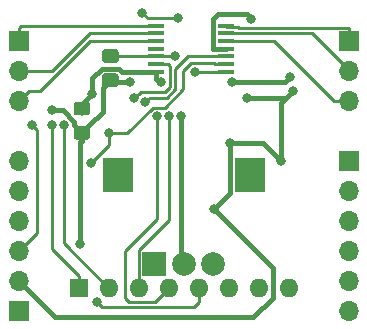
<source format=gbr>
G04 #@! TF.GenerationSoftware,KiCad,Pcbnew,(5.0.2-5)-5*
G04 #@! TF.CreationDate,2019-09-23T09:23:56+03:00*
G04 #@! TF.ProjectId,digi_pot,64696769-5f70-46f7-942e-6b696361645f,rev?*
G04 #@! TF.SameCoordinates,Original*
G04 #@! TF.FileFunction,Copper,L1,Top*
G04 #@! TF.FilePolarity,Positive*
%FSLAX46Y46*%
G04 Gerber Fmt 4.6, Leading zero omitted, Abs format (unit mm)*
G04 Created by KiCad (PCBNEW (5.0.2-5)-5) date 2019 September 23, Monday 09:23:56*
%MOMM*%
%LPD*%
G01*
G04 APERTURE LIST*
G04 #@! TA.AperFunction,ComponentPad*
%ADD10O,1.600000X1.600000*%
G04 #@! TD*
G04 #@! TA.AperFunction,ComponentPad*
%ADD11R,1.600000X1.600000*%
G04 #@! TD*
G04 #@! TA.AperFunction,ComponentPad*
%ADD12R,2.500000X3.000000*%
G04 #@! TD*
G04 #@! TA.AperFunction,ComponentPad*
%ADD13C,2.000000*%
G04 #@! TD*
G04 #@! TA.AperFunction,ComponentPad*
%ADD14R,2.000000X2.000000*%
G04 #@! TD*
G04 #@! TA.AperFunction,SMDPad,CuDef*
%ADD15R,1.450000X0.450000*%
G04 #@! TD*
G04 #@! TA.AperFunction,ComponentPad*
%ADD16R,1.700000X1.700000*%
G04 #@! TD*
G04 #@! TA.AperFunction,ComponentPad*
%ADD17O,1.700000X1.700000*%
G04 #@! TD*
G04 #@! TA.AperFunction,Conductor*
%ADD18C,0.100000*%
G04 #@! TD*
G04 #@! TA.AperFunction,SMDPad,CuDef*
%ADD19C,1.150000*%
G04 #@! TD*
G04 #@! TA.AperFunction,ViaPad*
%ADD20C,0.800000*%
G04 #@! TD*
G04 #@! TA.AperFunction,Conductor*
%ADD21C,0.250000*%
G04 #@! TD*
G04 #@! TA.AperFunction,Conductor*
%ADD22C,0.400000*%
G04 #@! TD*
G04 APERTURE END LIST*
D10*
G04 #@! TO.P,J1,8*
G04 #@! TO.N,Net-(J1-Pad8)*
X157478400Y-102209600D03*
G04 #@! TO.P,J1,7*
G04 #@! TO.N,Net-(J1-Pad7)*
X154938400Y-102209600D03*
G04 #@! TO.P,J1,6*
G04 #@! TO.N,Net-(J1-Pad6)*
X152398400Y-102209600D03*
G04 #@! TO.P,J1,5*
G04 #@! TO.N,Net-(J1-Pad5)*
X149858400Y-102209600D03*
G04 #@! TO.P,J1,4*
G04 #@! TO.N,LED4*
X147318400Y-102209600D03*
G04 #@! TO.P,J1,3*
G04 #@! TO.N,LED3*
X144778400Y-102209600D03*
G04 #@! TO.P,J1,2*
G04 #@! TO.N,LED2*
X142238400Y-102209600D03*
D11*
G04 #@! TO.P,J1,1*
G04 #@! TO.N,LED1*
X139698400Y-102209600D03*
G04 #@! TD*
D12*
G04 #@! TO.P,SW1,MP*
G04 #@! TO.N,N/C*
X154199200Y-92626800D03*
X142999200Y-92626800D03*
D13*
G04 #@! TO.P,SW1,B*
G04 #@! TO.N,RE_B*
X151099200Y-100126800D03*
G04 #@! TO.P,SW1,C*
G04 #@! TO.N,+5V*
X148599200Y-100126800D03*
D14*
G04 #@! TO.P,SW1,A*
G04 #@! TO.N,RE_A*
X146099200Y-100126800D03*
G04 #@! TD*
D15*
G04 #@! TO.P,U2,1*
G04 #@! TO.N,MCP_CS*
X152175000Y-83865000D03*
G04 #@! TO.P,U2,2*
G04 #@! TO.N,SCK*
X152175000Y-83215000D03*
G04 #@! TO.P,U2,3*
G04 #@! TO.N,MOSI*
X152175000Y-82565000D03*
G04 #@! TO.P,U2,4*
G04 #@! TO.N,GND*
X152175000Y-81915000D03*
G04 #@! TO.P,U2,5*
G04 #@! TO.N,Net-(J4-Pad3)*
X152175000Y-81265000D03*
G04 #@! TO.P,U2,6*
G04 #@! TO.N,Net-(J4-Pad2)*
X152175000Y-80615000D03*
G04 #@! TO.P,U2,7*
G04 #@! TO.N,Net-(J4-Pad1)*
X152175000Y-79965000D03*
G04 #@! TO.P,U2,8*
G04 #@! TO.N,Net-(J3-Pad1)*
X146275000Y-79965000D03*
G04 #@! TO.P,U2,9*
G04 #@! TO.N,Net-(J3-Pad2)*
X146275000Y-80615000D03*
G04 #@! TO.P,U2,10*
G04 #@! TO.N,Net-(J3-Pad3)*
X146275000Y-81265000D03*
G04 #@! TO.P,U2,11*
G04 #@! TO.N,Net-(U2-Pad11)*
X146275000Y-81915000D03*
G04 #@! TO.P,U2,12*
G04 #@! TO.N,MCP_SHDN*
X146275000Y-82565000D03*
G04 #@! TO.P,U2,13*
G04 #@! TO.N,MISO*
X146275000Y-83215000D03*
G04 #@! TO.P,U2,14*
G04 #@! TO.N,+5V*
X146275000Y-83865000D03*
G04 #@! TD*
D16*
G04 #@! TO.P,J2,1*
G04 #@! TO.N,+5V*
X134620000Y-104140000D03*
D17*
G04 #@! TO.P,J2,2*
G04 #@! TO.N,GND*
X134620000Y-101600000D03*
G04 #@! TO.P,J2,3*
G04 #@! TO.N,RST*
X134620000Y-99060000D03*
G04 #@! TO.P,J2,4*
G04 #@! TO.N,SCK*
X134620000Y-96520000D03*
G04 #@! TO.P,J2,5*
G04 #@! TO.N,MOSI*
X134620000Y-93980000D03*
G04 #@! TO.P,J2,6*
G04 #@! TO.N,MISO*
X134620000Y-91440000D03*
G04 #@! TD*
D16*
G04 #@! TO.P,J3,1*
G04 #@! TO.N,Net-(J3-Pad1)*
X134620000Y-81280000D03*
D17*
G04 #@! TO.P,J3,2*
G04 #@! TO.N,Net-(J3-Pad2)*
X134620000Y-83820000D03*
G04 #@! TO.P,J3,3*
G04 #@! TO.N,Net-(J3-Pad3)*
X134620000Y-86360000D03*
G04 #@! TD*
G04 #@! TO.P,J4,3*
G04 #@! TO.N,Net-(J4-Pad3)*
X162560000Y-86360000D03*
G04 #@! TO.P,J4,2*
G04 #@! TO.N,Net-(J4-Pad2)*
X162560000Y-83820000D03*
D16*
G04 #@! TO.P,J4,1*
G04 #@! TO.N,Net-(J4-Pad1)*
X162560000Y-81280000D03*
G04 #@! TD*
D18*
G04 #@! TO.N,+5V*
G04 #@! TO.C,C2*
G36*
X140428505Y-86412204D02*
X140452773Y-86415804D01*
X140476572Y-86421765D01*
X140499671Y-86430030D01*
X140521850Y-86440520D01*
X140542893Y-86453132D01*
X140562599Y-86467747D01*
X140580777Y-86484223D01*
X140597253Y-86502401D01*
X140611868Y-86522107D01*
X140624480Y-86543150D01*
X140634970Y-86565329D01*
X140643235Y-86588428D01*
X140649196Y-86612227D01*
X140652796Y-86636495D01*
X140654000Y-86660999D01*
X140654000Y-87311001D01*
X140652796Y-87335505D01*
X140649196Y-87359773D01*
X140643235Y-87383572D01*
X140634970Y-87406671D01*
X140624480Y-87428850D01*
X140611868Y-87449893D01*
X140597253Y-87469599D01*
X140580777Y-87487777D01*
X140562599Y-87504253D01*
X140542893Y-87518868D01*
X140521850Y-87531480D01*
X140499671Y-87541970D01*
X140476572Y-87550235D01*
X140452773Y-87556196D01*
X140428505Y-87559796D01*
X140404001Y-87561000D01*
X139503999Y-87561000D01*
X139479495Y-87559796D01*
X139455227Y-87556196D01*
X139431428Y-87550235D01*
X139408329Y-87541970D01*
X139386150Y-87531480D01*
X139365107Y-87518868D01*
X139345401Y-87504253D01*
X139327223Y-87487777D01*
X139310747Y-87469599D01*
X139296132Y-87449893D01*
X139283520Y-87428850D01*
X139273030Y-87406671D01*
X139264765Y-87383572D01*
X139258804Y-87359773D01*
X139255204Y-87335505D01*
X139254000Y-87311001D01*
X139254000Y-86660999D01*
X139255204Y-86636495D01*
X139258804Y-86612227D01*
X139264765Y-86588428D01*
X139273030Y-86565329D01*
X139283520Y-86543150D01*
X139296132Y-86522107D01*
X139310747Y-86502401D01*
X139327223Y-86484223D01*
X139345401Y-86467747D01*
X139365107Y-86453132D01*
X139386150Y-86440520D01*
X139408329Y-86430030D01*
X139431428Y-86421765D01*
X139455227Y-86415804D01*
X139479495Y-86412204D01*
X139503999Y-86411000D01*
X140404001Y-86411000D01*
X140428505Y-86412204D01*
X140428505Y-86412204D01*
G37*
D19*
G04 #@! TD*
G04 #@! TO.P,C2,1*
G04 #@! TO.N,+5V*
X139954000Y-86986000D03*
D18*
G04 #@! TO.N,GND*
G04 #@! TO.C,C2*
G36*
X140428505Y-88462204D02*
X140452773Y-88465804D01*
X140476572Y-88471765D01*
X140499671Y-88480030D01*
X140521850Y-88490520D01*
X140542893Y-88503132D01*
X140562599Y-88517747D01*
X140580777Y-88534223D01*
X140597253Y-88552401D01*
X140611868Y-88572107D01*
X140624480Y-88593150D01*
X140634970Y-88615329D01*
X140643235Y-88638428D01*
X140649196Y-88662227D01*
X140652796Y-88686495D01*
X140654000Y-88710999D01*
X140654000Y-89361001D01*
X140652796Y-89385505D01*
X140649196Y-89409773D01*
X140643235Y-89433572D01*
X140634970Y-89456671D01*
X140624480Y-89478850D01*
X140611868Y-89499893D01*
X140597253Y-89519599D01*
X140580777Y-89537777D01*
X140562599Y-89554253D01*
X140542893Y-89568868D01*
X140521850Y-89581480D01*
X140499671Y-89591970D01*
X140476572Y-89600235D01*
X140452773Y-89606196D01*
X140428505Y-89609796D01*
X140404001Y-89611000D01*
X139503999Y-89611000D01*
X139479495Y-89609796D01*
X139455227Y-89606196D01*
X139431428Y-89600235D01*
X139408329Y-89591970D01*
X139386150Y-89581480D01*
X139365107Y-89568868D01*
X139345401Y-89554253D01*
X139327223Y-89537777D01*
X139310747Y-89519599D01*
X139296132Y-89499893D01*
X139283520Y-89478850D01*
X139273030Y-89456671D01*
X139264765Y-89433572D01*
X139258804Y-89409773D01*
X139255204Y-89385505D01*
X139254000Y-89361001D01*
X139254000Y-88710999D01*
X139255204Y-88686495D01*
X139258804Y-88662227D01*
X139264765Y-88638428D01*
X139273030Y-88615329D01*
X139283520Y-88593150D01*
X139296132Y-88572107D01*
X139310747Y-88552401D01*
X139327223Y-88534223D01*
X139345401Y-88517747D01*
X139365107Y-88503132D01*
X139386150Y-88490520D01*
X139408329Y-88480030D01*
X139431428Y-88471765D01*
X139455227Y-88465804D01*
X139479495Y-88462204D01*
X139503999Y-88461000D01*
X140404001Y-88461000D01*
X140428505Y-88462204D01*
X140428505Y-88462204D01*
G37*
D19*
G04 #@! TD*
G04 #@! TO.P,C2,2*
G04 #@! TO.N,GND*
X139954000Y-89036000D03*
D16*
G04 #@! TO.P,J5,1*
G04 #@! TO.N,SDA*
X162560000Y-91440000D03*
D17*
G04 #@! TO.P,J5,2*
G04 #@! TO.N,SCL*
X162560000Y-93980000D03*
G04 #@! TO.P,J5,3*
G04 #@! TO.N,A0*
X162560000Y-96520000D03*
G04 #@! TO.P,J5,4*
G04 #@! TO.N,A1*
X162560000Y-99060000D03*
G04 #@! TO.P,J5,5*
G04 #@! TO.N,A2*
X162560000Y-101600000D03*
G04 #@! TO.P,J5,6*
G04 #@! TO.N,CHG*
X162560000Y-104140000D03*
G04 #@! TD*
D18*
G04 #@! TO.N,GND*
G04 #@! TO.C,R11*
G36*
X142841505Y-84017204D02*
X142865773Y-84020804D01*
X142889572Y-84026765D01*
X142912671Y-84035030D01*
X142934850Y-84045520D01*
X142955893Y-84058132D01*
X142975599Y-84072747D01*
X142993777Y-84089223D01*
X143010253Y-84107401D01*
X143024868Y-84127107D01*
X143037480Y-84148150D01*
X143047970Y-84170329D01*
X143056235Y-84193428D01*
X143062196Y-84217227D01*
X143065796Y-84241495D01*
X143067000Y-84265999D01*
X143067000Y-84916001D01*
X143065796Y-84940505D01*
X143062196Y-84964773D01*
X143056235Y-84988572D01*
X143047970Y-85011671D01*
X143037480Y-85033850D01*
X143024868Y-85054893D01*
X143010253Y-85074599D01*
X142993777Y-85092777D01*
X142975599Y-85109253D01*
X142955893Y-85123868D01*
X142934850Y-85136480D01*
X142912671Y-85146970D01*
X142889572Y-85155235D01*
X142865773Y-85161196D01*
X142841505Y-85164796D01*
X142817001Y-85166000D01*
X141916999Y-85166000D01*
X141892495Y-85164796D01*
X141868227Y-85161196D01*
X141844428Y-85155235D01*
X141821329Y-85146970D01*
X141799150Y-85136480D01*
X141778107Y-85123868D01*
X141758401Y-85109253D01*
X141740223Y-85092777D01*
X141723747Y-85074599D01*
X141709132Y-85054893D01*
X141696520Y-85033850D01*
X141686030Y-85011671D01*
X141677765Y-84988572D01*
X141671804Y-84964773D01*
X141668204Y-84940505D01*
X141667000Y-84916001D01*
X141667000Y-84265999D01*
X141668204Y-84241495D01*
X141671804Y-84217227D01*
X141677765Y-84193428D01*
X141686030Y-84170329D01*
X141696520Y-84148150D01*
X141709132Y-84127107D01*
X141723747Y-84107401D01*
X141740223Y-84089223D01*
X141758401Y-84072747D01*
X141778107Y-84058132D01*
X141799150Y-84045520D01*
X141821329Y-84035030D01*
X141844428Y-84026765D01*
X141868227Y-84020804D01*
X141892495Y-84017204D01*
X141916999Y-84016000D01*
X142817001Y-84016000D01*
X142841505Y-84017204D01*
X142841505Y-84017204D01*
G37*
D19*
G04 #@! TD*
G04 #@! TO.P,R11,1*
G04 #@! TO.N,GND*
X142367000Y-84591000D03*
D18*
G04 #@! TO.N,MCP_SHDN*
G04 #@! TO.C,R11*
G36*
X142841505Y-81967204D02*
X142865773Y-81970804D01*
X142889572Y-81976765D01*
X142912671Y-81985030D01*
X142934850Y-81995520D01*
X142955893Y-82008132D01*
X142975599Y-82022747D01*
X142993777Y-82039223D01*
X143010253Y-82057401D01*
X143024868Y-82077107D01*
X143037480Y-82098150D01*
X143047970Y-82120329D01*
X143056235Y-82143428D01*
X143062196Y-82167227D01*
X143065796Y-82191495D01*
X143067000Y-82215999D01*
X143067000Y-82866001D01*
X143065796Y-82890505D01*
X143062196Y-82914773D01*
X143056235Y-82938572D01*
X143047970Y-82961671D01*
X143037480Y-82983850D01*
X143024868Y-83004893D01*
X143010253Y-83024599D01*
X142993777Y-83042777D01*
X142975599Y-83059253D01*
X142955893Y-83073868D01*
X142934850Y-83086480D01*
X142912671Y-83096970D01*
X142889572Y-83105235D01*
X142865773Y-83111196D01*
X142841505Y-83114796D01*
X142817001Y-83116000D01*
X141916999Y-83116000D01*
X141892495Y-83114796D01*
X141868227Y-83111196D01*
X141844428Y-83105235D01*
X141821329Y-83096970D01*
X141799150Y-83086480D01*
X141778107Y-83073868D01*
X141758401Y-83059253D01*
X141740223Y-83042777D01*
X141723747Y-83024599D01*
X141709132Y-83004893D01*
X141696520Y-82983850D01*
X141686030Y-82961671D01*
X141677765Y-82938572D01*
X141671804Y-82914773D01*
X141668204Y-82890505D01*
X141667000Y-82866001D01*
X141667000Y-82215999D01*
X141668204Y-82191495D01*
X141671804Y-82167227D01*
X141677765Y-82143428D01*
X141686030Y-82120329D01*
X141696520Y-82098150D01*
X141709132Y-82077107D01*
X141723747Y-82057401D01*
X141740223Y-82039223D01*
X141758401Y-82022747D01*
X141778107Y-82008132D01*
X141799150Y-81995520D01*
X141821329Y-81985030D01*
X141844428Y-81976765D01*
X141868227Y-81970804D01*
X141892495Y-81967204D01*
X141916999Y-81966000D01*
X142817001Y-81966000D01*
X142841505Y-81967204D01*
X142841505Y-81967204D01*
G37*
D19*
G04 #@! TD*
G04 #@! TO.P,R11,2*
G04 #@! TO.N,MCP_SHDN*
X142367000Y-82541000D03*
D20*
G04 #@! TO.N,Net-(J1-Pad5)*
X141224000Y-103378000D03*
G04 #@! TO.N,GND*
X152527000Y-89916000D03*
X156845000Y-91440000D03*
X137414000Y-87122000D03*
X154305000Y-79375000D03*
X144018000Y-84709000D03*
X153924000Y-86106000D03*
X151129954Y-95504000D03*
X139827000Y-98425000D03*
X157802865Y-85529135D03*
G04 #@! TO.N,+5V*
X152654000Y-84709000D03*
X148336000Y-87630000D03*
X140843000Y-85724995D03*
X157542730Y-84321591D03*
X146685000Y-84708992D03*
G04 #@! TO.N,RST*
X135763000Y-88392008D03*
X148082000Y-79338010D03*
X145034000Y-78866998D03*
G04 #@! TO.N,SCK*
X140716000Y-91567000D03*
X142240000Y-89026996D03*
G04 #@! TO.N,MOSI*
X145317633Y-86457367D03*
G04 #@! TO.N,MISO*
X144375304Y-86122644D03*
G04 #@! TO.N,LED4*
X146318908Y-87630284D03*
G04 #@! TO.N,LED3*
X147320000Y-87630000D03*
G04 #@! TO.N,LED2*
X138430000Y-88392000D03*
G04 #@! TO.N,LED1*
X137414000Y-88392000D03*
G04 #@! TO.N,MCP_SHDN*
X147828000Y-82550000D03*
G04 #@! TO.N,MCP_CS*
X149534988Y-83888160D03*
G04 #@! TD*
D21*
G04 #@! TO.N,Net-(J1-Pad5)*
X141623999Y-103777999D02*
X141224000Y-103378000D01*
X141630610Y-103784610D02*
X141623999Y-103777999D01*
X149414760Y-103784610D02*
X141630610Y-103784610D01*
X149858400Y-103340970D02*
X149414760Y-103784610D01*
X149858400Y-102209600D02*
X149858400Y-103340970D01*
G04 #@! TO.N,Net-(J3-Pad1)*
X134620000Y-80180000D02*
X134620000Y-81280000D01*
X134835000Y-79965000D02*
X134620000Y-80180000D01*
X146275000Y-79965000D02*
X134835000Y-79965000D01*
G04 #@! TO.N,Net-(J3-Pad2)*
X137439002Y-83820000D02*
X135822081Y-83820000D01*
X140644002Y-80615000D02*
X137439002Y-83820000D01*
X135822081Y-83820000D02*
X134620000Y-83820000D01*
X146275000Y-80615000D02*
X140644002Y-80615000D01*
G04 #@! TO.N,Net-(J3-Pad3)*
X135469999Y-85510001D02*
X134620000Y-86360000D01*
X136385411Y-85510001D02*
X135469999Y-85510001D01*
X140635422Y-81259990D02*
X136385411Y-85510001D01*
X145294990Y-81259990D02*
X140635422Y-81259990D01*
X145300000Y-81265000D02*
X145294990Y-81259990D01*
X146275000Y-81265000D02*
X145300000Y-81265000D01*
G04 #@! TO.N,Net-(J4-Pad3)*
X161357919Y-86360000D02*
X162560000Y-86360000D01*
X156195000Y-81265000D02*
X161290000Y-86360000D01*
X161290000Y-86360000D02*
X161357919Y-86360000D01*
X152175000Y-81265000D02*
X156195000Y-81265000D01*
G04 #@! TO.N,Net-(J4-Pad2)*
X159482000Y-80615000D02*
X162560000Y-83693000D01*
X162560000Y-83693000D02*
X162560000Y-83820000D01*
X152175000Y-80615000D02*
X159482000Y-80615000D01*
G04 #@! TO.N,Net-(J4-Pad1)*
X162560000Y-80180000D02*
X162560000Y-81280000D01*
X162517000Y-80137000D02*
X162560000Y-80180000D01*
X153225001Y-80137000D02*
X162517000Y-80137000D01*
X153225001Y-80129999D02*
X153225001Y-80137000D01*
X152175000Y-79965000D02*
X152274999Y-80064999D01*
X153160001Y-80064999D02*
X153225001Y-80129999D01*
X152274999Y-80064999D02*
X153160001Y-80064999D01*
G04 #@! TO.N,GND*
X139827000Y-89163000D02*
X139954000Y-89036000D01*
D22*
X155321000Y-89916000D02*
X152527000Y-89916000D01*
X156845000Y-91440000D02*
X155321000Y-89916000D01*
X151494998Y-78975001D02*
X151049977Y-79420022D01*
X151049977Y-79420022D02*
X151050000Y-81915000D01*
X153905001Y-78975001D02*
X151494998Y-78975001D01*
X151050000Y-81915000D02*
X152175000Y-81915000D01*
X154305000Y-79375000D02*
X153905001Y-78975001D01*
X142485000Y-84709000D02*
X142367000Y-84591000D01*
X144018000Y-84709000D02*
X142485000Y-84709000D01*
X140577372Y-88412628D02*
X139954000Y-89036000D01*
X141743628Y-85214372D02*
X141743628Y-87246372D01*
X141743628Y-87246372D02*
X140577372Y-88412628D01*
X142367000Y-84591000D02*
X141743628Y-85214372D01*
X139330628Y-88412628D02*
X139954000Y-89036000D01*
X139330628Y-88108626D02*
X139330628Y-88412628D01*
X138344002Y-87122000D02*
X139330628Y-88108626D01*
X137414000Y-87122000D02*
X138344002Y-87122000D01*
X156845000Y-91440000D02*
X156845000Y-86487000D01*
X157226000Y-86106000D02*
X157588001Y-85743999D01*
X156845000Y-86487000D02*
X157588001Y-85743999D01*
X153924000Y-86106000D02*
X157226000Y-86106000D01*
X151529953Y-95104001D02*
X151129954Y-95504000D01*
X152527000Y-94106954D02*
X151529953Y-95104001D01*
X152527000Y-89916000D02*
X152527000Y-94106954D01*
X139954000Y-89711000D02*
X139827000Y-89838000D01*
X139827000Y-89838000D02*
X139827000Y-98425000D01*
X139954000Y-89036000D02*
X139954000Y-89711000D01*
X151529953Y-95903999D02*
X151129954Y-95504000D01*
X134620000Y-101600000D02*
X137668000Y-104648000D01*
X156138401Y-102993855D02*
X156138401Y-100512447D01*
X156138401Y-100512447D02*
X151529953Y-95903999D01*
X154484256Y-104648000D02*
X156138401Y-102993855D01*
X137668000Y-104648000D02*
X154484256Y-104648000D01*
X157588001Y-85743999D02*
X157802865Y-85529135D01*
G04 #@! TO.N,+5V*
X157155321Y-84709000D02*
X157542730Y-84321591D01*
X152654000Y-84709000D02*
X157155321Y-84709000D01*
X146493992Y-84708992D02*
X146685000Y-84708992D01*
X146275000Y-84490000D02*
X146493992Y-84708992D01*
X146275000Y-83865000D02*
X146275000Y-84490000D01*
X140843000Y-85159310D02*
X140843000Y-85724995D01*
X140843000Y-84420744D02*
X140843000Y-85159310D01*
X141647754Y-83615990D02*
X140843000Y-84420744D01*
X143086246Y-83615990D02*
X141647754Y-83615990D01*
X143335256Y-83865000D02*
X143086246Y-83615990D01*
X146275000Y-83865000D02*
X143335256Y-83865000D01*
X139954000Y-86613995D02*
X140843000Y-85724995D01*
X139954000Y-86986000D02*
X139954000Y-86613995D01*
X148336000Y-99863600D02*
X148599200Y-100126800D01*
X148336000Y-87630000D02*
X148336000Y-99863600D01*
D21*
G04 #@! TO.N,RST*
X134620000Y-99060000D02*
X136162999Y-97517001D01*
X136162999Y-88792007D02*
X135763000Y-88392008D01*
X136162999Y-97517001D02*
X136162999Y-88792007D01*
X148082000Y-79338010D02*
X145505012Y-79338010D01*
X145433999Y-79266997D02*
X145034000Y-78866998D01*
X145505012Y-79338010D02*
X145433999Y-79266997D01*
G04 #@! TO.N,SCK*
X142240000Y-90043000D02*
X142240000Y-89592681D01*
X142240000Y-89592681D02*
X142240000Y-89026996D01*
X140716000Y-91567000D02*
X142240000Y-90043000D01*
X142805685Y-89026996D02*
X142240000Y-89026996D01*
X152175000Y-83215000D02*
X151200000Y-83215000D01*
X151200000Y-83215000D02*
X151148159Y-83163159D01*
X145942719Y-86905283D02*
X143821006Y-89026996D01*
X148532011Y-85334813D02*
X146961541Y-86905283D01*
X149186987Y-83163159D02*
X148532011Y-83818135D01*
X148532011Y-83818135D02*
X148532011Y-85334813D01*
X146961541Y-86905283D02*
X145942719Y-86905283D01*
X151148159Y-83163159D02*
X149186987Y-83163159D01*
X143821006Y-89026996D02*
X142805685Y-89026996D01*
G04 #@! TO.N,MOSI*
X145717632Y-86057368D02*
X145317633Y-86457367D01*
X148956000Y-82565000D02*
X147860012Y-83660988D01*
X152175000Y-82565000D02*
X148956000Y-82565000D01*
X147860012Y-83660988D02*
X147860012Y-85370401D01*
X147173045Y-86057368D02*
X145717632Y-86057368D01*
X147860012Y-85370401D02*
X147173045Y-86057368D01*
G04 #@! TO.N,MISO*
X146275000Y-83215000D02*
X147250000Y-83215000D01*
X144775303Y-85722645D02*
X144375304Y-86122644D01*
X144936939Y-85561009D02*
X144775303Y-85722645D01*
X147410001Y-85184009D02*
X147033001Y-85561009D01*
X147250000Y-83215000D02*
X147410001Y-83375001D01*
X147033001Y-85561009D02*
X144936939Y-85561009D01*
X147410001Y-83375001D02*
X147410001Y-85184009D01*
G04 #@! TO.N,LED4*
X146318908Y-88195969D02*
X146318908Y-87630284D01*
X146193399Y-103334601D02*
X143948401Y-103334601D01*
X147318400Y-102209600D02*
X146193399Y-103334601D01*
X143948401Y-103334601D02*
X143653399Y-103039599D01*
X143653399Y-103039599D02*
X143653399Y-99043601D01*
X143653399Y-99043601D02*
X146318908Y-96378092D01*
X146318908Y-96378092D02*
X146318908Y-88195969D01*
G04 #@! TO.N,LED3*
X144774199Y-98938801D02*
X147320000Y-96393000D01*
X147320000Y-96393000D02*
X147320000Y-87630000D01*
X144774199Y-102205399D02*
X144774199Y-98938801D01*
X144778400Y-102209600D02*
X144774199Y-102205399D01*
G04 #@! TO.N,LED2*
X138430000Y-98401200D02*
X142367000Y-102338200D01*
X138430000Y-88392000D02*
X138430000Y-98401200D01*
G04 #@! TO.N,LED1*
X137414000Y-88957685D02*
X137414000Y-88392000D01*
X137414000Y-98875200D02*
X137414000Y-88957685D01*
X139698400Y-101159600D02*
X137414000Y-98875200D01*
X139698400Y-102209600D02*
X139698400Y-101159600D01*
G04 #@! TO.N,MCP_SHDN*
X142391000Y-82565000D02*
X142367000Y-82541000D01*
X146275000Y-82565000D02*
X142391000Y-82565000D01*
X146290000Y-82550000D02*
X146275000Y-82565000D01*
X147828000Y-82550000D02*
X146290000Y-82550000D01*
G04 #@! TO.N,MCP_CS*
X152175000Y-83865000D02*
X149558148Y-83865000D01*
X149558148Y-83865000D02*
X149534988Y-83888160D01*
G04 #@! TD*
M02*

</source>
